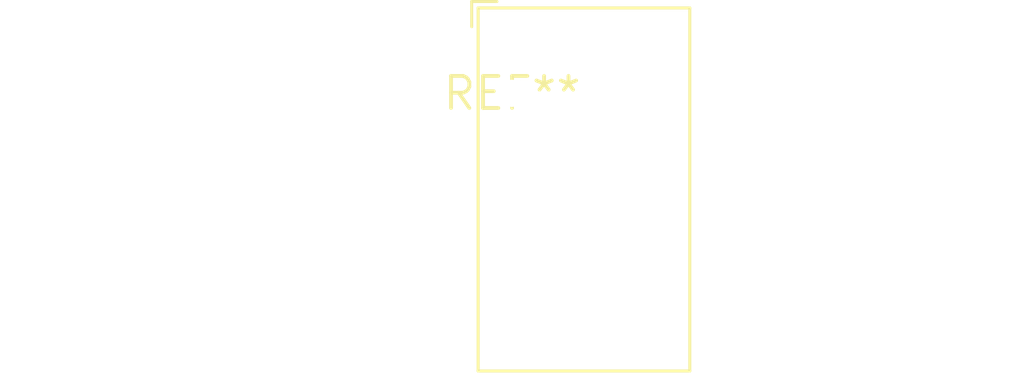
<source format=kicad_pcb>
(kicad_pcb (version 20240108) (generator pcbnew)
  (layers (0 "F.Cu" signal) (31 "B.Cu" signal) (34 "B.Paste" user) (35 "F.Paste" user) (36 "B.SilkS" user "B.Silkscreen") (37 "F.SilkS" user "F.Silkscreen") (38 "B.Mask" user) (39 "F.Mask" user) (44 "Edge.Cuts" user))
  (net 0 "")
  (footprint "Converter_DCDC_Murata_MEE3SxxxxSC_THT" (layer "F.Cu") (at 0 0)
    (property "Reference" "REF**")
    (property "Value" "Converter_DCDC_Murata_MEE3SxxxxSC_THT")
    (fp_line (start -1.6 -3.64) (end -1.6 -2.64) (layer "F.SilkS") (stroke (width 0.12)))
    (fp_line (start -1.345 -3.385) (end -1.345 11.005) (layer "F.SilkS") (stroke (width 0.12)))
    (fp_line (start -0.6 -3.64) (end -1.6 -3.64) (layer "F.SilkS") (stroke (width 0.12)))
    (fp_line (start 7.045 -3.385) (end -1.345 -3.385) (layer "F.SilkS") (stroke (width 0.12)))
    (fp_line (start 7.045 -3.385) (end 7.045 11.005) (layer "F.SilkS") (stroke (width 0.12)))
    (fp_line (start 7.045 11.005) (end -1.345 11.005) (layer "F.SilkS") (stroke (width 0.12)))
    (pad "1" thru_hole rect (at 0 0 270) (size 1.75 2.25) (drill 1.075) (layers *.Cu *.Mask) (remove_unused_layers))
    (pad "2" thru_hole oval (at 0 2.54 270) (size 1.75 2.25) (drill 1.075) (layers *.Cu *.Mask) (remove_unused_layers))
    (pad "3" thru_hole oval (at 0 5.08 270) (size 1.75 2.25) (drill 1.075) (layers *.Cu *.Mask) (remove_unused_layers))
    (pad "4" thru_hole oval (at 0 7.62 270) (size 1.75 2.25) (drill 1.075) (layers *.Cu *.Mask) (remove_unused_layers))
  )
)
</source>
